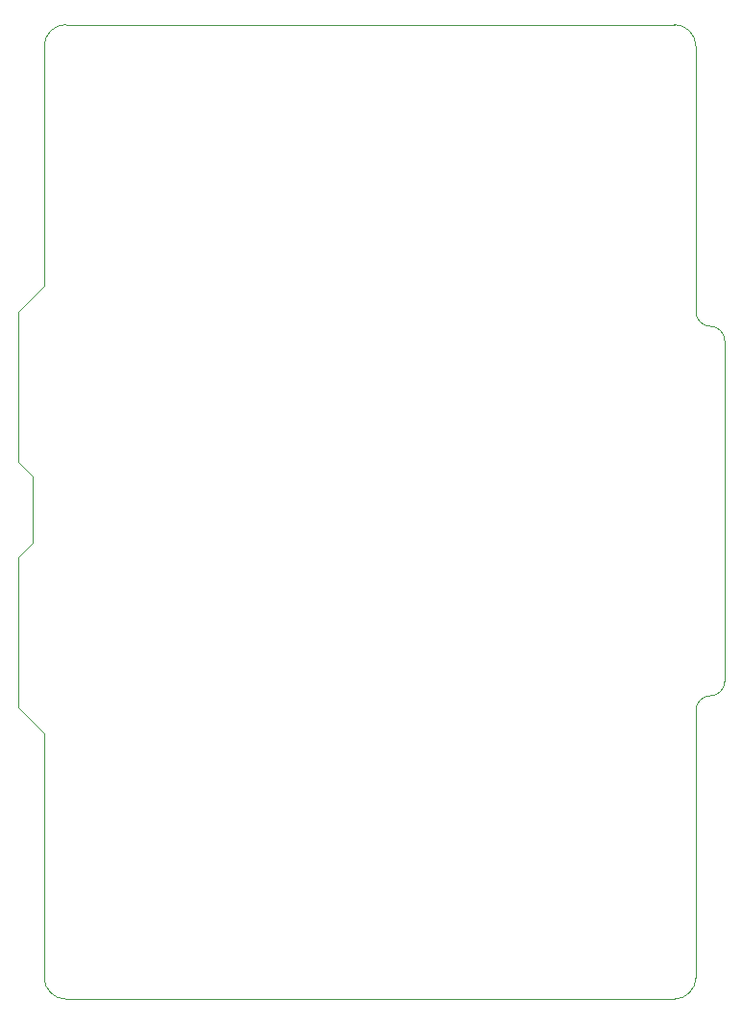
<source format=gm1>
G04 #@! TF.GenerationSoftware,KiCad,Pcbnew,(5.0.0-rc2-dev-444-g2974a2c10)*
G04 #@! TF.CreationDate,2019-11-08T21:54:57-08:00*
G04 #@! TF.ProjectId,Cricket_Feather_Flip,437269636B65745F466561746865725F,v01*
G04 #@! TF.SameCoordinates,Original*
G04 #@! TF.FileFunction,Profile,NP*
%FSLAX46Y46*%
G04 Gerber Fmt 4.6, Leading zero omitted, Abs format (unit mm)*
G04 Created by KiCad (PCBNEW (5.0.0-rc2-dev-444-g2974a2c10)) date 11/08/19 21:54:57*
%MOMM*%
%LPD*%
G01*
G04 APERTURE LIST*
%ADD10C,0.100000*%
G04 APERTURE END LIST*
D10*
X143256000Y-128397000D02*
G75*
G02X141351000Y-130302000I-1905000J0D01*
G01*
X141351000Y-44577000D02*
G75*
G02X143256000Y-46482000I0J-1905000D01*
G01*
X85852000Y-46482000D02*
G75*
G02X87757000Y-44577000I1905000J0D01*
G01*
X87757000Y-130302000D02*
G75*
G02X85852000Y-128397000I0J1905000D01*
G01*
X145796000Y-102362000D02*
X145796000Y-72390000D01*
X143256000Y-128397000D02*
X143256000Y-104902000D01*
X143256000Y-69850000D02*
X143256000Y-46482000D01*
X85852000Y-67564000D02*
X85852000Y-46482000D01*
X83566000Y-69850000D02*
X83566000Y-83058000D01*
X84836000Y-90170000D02*
X83566000Y-91440000D01*
X84836000Y-84328000D02*
X84836000Y-90170000D01*
X83566000Y-83058000D02*
X84836000Y-84328000D01*
X83566000Y-91440000D02*
X83566000Y-104648000D01*
X83566000Y-69850000D02*
X85852000Y-67564000D01*
X85852000Y-106934000D02*
X83566000Y-104648000D01*
X85852000Y-128397000D02*
X85852000Y-106934000D01*
X141351000Y-44577000D02*
X87757000Y-44577000D01*
X141351000Y-130302000D02*
X87757000Y-130302000D01*
X145796000Y-102362000D02*
G75*
G02X144526000Y-103632000I-1270000J0D01*
G01*
X143256000Y-104902000D02*
G75*
G02X144526000Y-103632000I1270000J0D01*
G01*
X144526000Y-71120000D02*
G75*
G02X143256000Y-69850000I0J1270000D01*
G01*
X144526000Y-71120000D02*
G75*
G02X145796000Y-72390000I0J-1270000D01*
G01*
M02*

</source>
